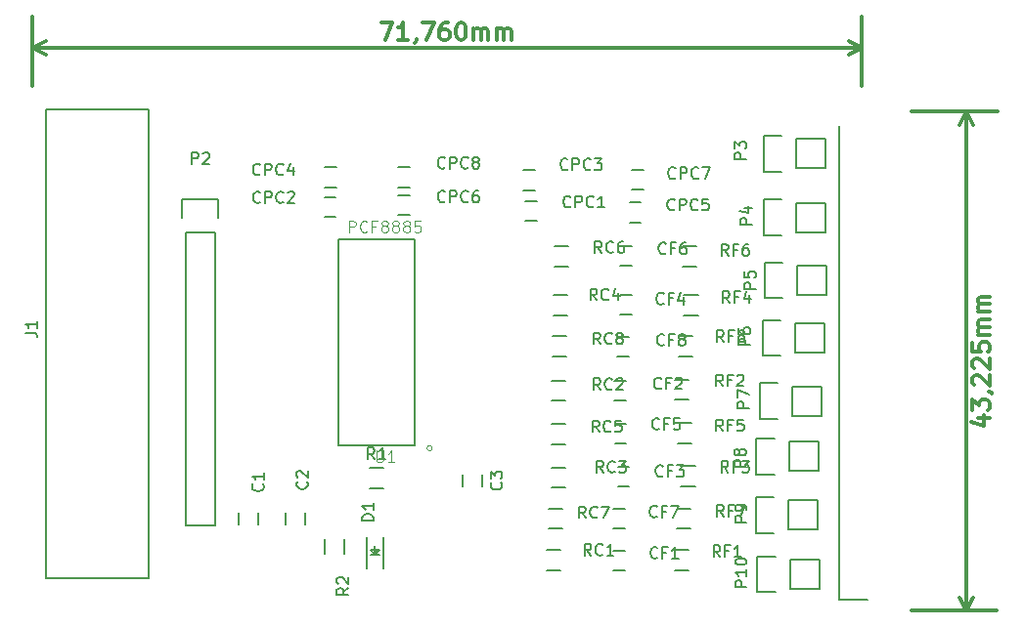
<source format=gbr>
G04 #@! TF.FileFunction,Legend,Top*
%FSLAX46Y46*%
G04 Gerber Fmt 4.6, Leading zero omitted, Abs format (unit mm)*
G04 Created by KiCad (PCBNEW 4.0.5+dfsg1-4~bpo8+1) date Thu Oct 19 12:35:36 2017*
%MOMM*%
%LPD*%
G01*
G04 APERTURE LIST*
%ADD10C,0.100000*%
%ADD11C,0.300000*%
%ADD12C,0.200000*%
%ADD13C,0.150000*%
%ADD14C,0.050000*%
G04 APERTURE END LIST*
D10*
D11*
X127405716Y-56653571D02*
X128405716Y-56653571D01*
X127762859Y-58153571D01*
X129762858Y-58153571D02*
X128905715Y-58153571D01*
X129334287Y-58153571D02*
X129334287Y-56653571D01*
X129191430Y-56867857D01*
X129048572Y-57010714D01*
X128905715Y-57082143D01*
X130477143Y-58082143D02*
X130477143Y-58153571D01*
X130405715Y-58296429D01*
X130334286Y-58367857D01*
X130977144Y-56653571D02*
X131977144Y-56653571D01*
X131334287Y-58153571D01*
X133191429Y-56653571D02*
X132905715Y-56653571D01*
X132762858Y-56725000D01*
X132691429Y-56796429D01*
X132548572Y-57010714D01*
X132477143Y-57296429D01*
X132477143Y-57867857D01*
X132548572Y-58010714D01*
X132620000Y-58082143D01*
X132762858Y-58153571D01*
X133048572Y-58153571D01*
X133191429Y-58082143D01*
X133262858Y-58010714D01*
X133334286Y-57867857D01*
X133334286Y-57510714D01*
X133262858Y-57367857D01*
X133191429Y-57296429D01*
X133048572Y-57225000D01*
X132762858Y-57225000D01*
X132620000Y-57296429D01*
X132548572Y-57367857D01*
X132477143Y-57510714D01*
X134262857Y-56653571D02*
X134405714Y-56653571D01*
X134548571Y-56725000D01*
X134620000Y-56796429D01*
X134691429Y-56939286D01*
X134762857Y-57225000D01*
X134762857Y-57582143D01*
X134691429Y-57867857D01*
X134620000Y-58010714D01*
X134548571Y-58082143D01*
X134405714Y-58153571D01*
X134262857Y-58153571D01*
X134120000Y-58082143D01*
X134048571Y-58010714D01*
X133977143Y-57867857D01*
X133905714Y-57582143D01*
X133905714Y-57225000D01*
X133977143Y-56939286D01*
X134048571Y-56796429D01*
X134120000Y-56725000D01*
X134262857Y-56653571D01*
X135405714Y-58153571D02*
X135405714Y-57153571D01*
X135405714Y-57296429D02*
X135477142Y-57225000D01*
X135620000Y-57153571D01*
X135834285Y-57153571D01*
X135977142Y-57225000D01*
X136048571Y-57367857D01*
X136048571Y-58153571D01*
X136048571Y-57367857D02*
X136120000Y-57225000D01*
X136262857Y-57153571D01*
X136477142Y-57153571D01*
X136620000Y-57225000D01*
X136691428Y-57367857D01*
X136691428Y-58153571D01*
X137405714Y-58153571D02*
X137405714Y-57153571D01*
X137405714Y-57296429D02*
X137477142Y-57225000D01*
X137620000Y-57153571D01*
X137834285Y-57153571D01*
X137977142Y-57225000D01*
X138048571Y-57367857D01*
X138048571Y-58153571D01*
X138048571Y-57367857D02*
X138120000Y-57225000D01*
X138262857Y-57153571D01*
X138477142Y-57153571D01*
X138620000Y-57225000D01*
X138691428Y-57367857D01*
X138691428Y-58153571D01*
X97240000Y-58825000D02*
X169000000Y-58825000D01*
X97240000Y-62140000D02*
X97240000Y-56125000D01*
X169000000Y-62140000D02*
X169000000Y-56125000D01*
X169000000Y-58825000D02*
X167873496Y-59411421D01*
X169000000Y-58825000D02*
X167873496Y-58238579D01*
X97240000Y-58825000D02*
X98366504Y-59411421D01*
X97240000Y-58825000D02*
X98366504Y-58238579D01*
X179088256Y-90899746D02*
X180088255Y-90901250D01*
X178516292Y-91256029D02*
X179587181Y-91614783D01*
X179588578Y-90686212D01*
X178589223Y-90256138D02*
X178590620Y-89327568D01*
X179161296Y-89828427D01*
X179161618Y-89614141D01*
X179233262Y-89471392D01*
X179304797Y-89400070D01*
X179447762Y-89328857D01*
X179804904Y-89329394D01*
X179947654Y-89401037D01*
X180018975Y-89472573D01*
X180090188Y-89615537D01*
X180089544Y-90044109D01*
X180017901Y-90186858D01*
X179946365Y-90258179D01*
X180020264Y-88615432D02*
X180091692Y-88615539D01*
X180234442Y-88687182D01*
X180305763Y-88758718D01*
X178735411Y-88042070D02*
X178664089Y-87970534D01*
X178592875Y-87827570D01*
X178593412Y-87470427D01*
X178665056Y-87327678D01*
X178736592Y-87256356D01*
X178879557Y-87185143D01*
X179022413Y-87185358D01*
X179236592Y-87257108D01*
X180092444Y-88115539D01*
X180093840Y-87186969D01*
X178737559Y-86613501D02*
X178666238Y-86541965D01*
X178595023Y-86399000D01*
X178595561Y-86041858D01*
X178667204Y-85899108D01*
X178738741Y-85827787D01*
X178881705Y-85756574D01*
X179024562Y-85756788D01*
X179238740Y-85828539D01*
X180094592Y-86686970D01*
X180095988Y-85758400D01*
X178598031Y-84399003D02*
X178596957Y-85113288D01*
X179311135Y-85185791D01*
X179239814Y-85114254D01*
X179168600Y-84971290D01*
X179169137Y-84614148D01*
X179240781Y-84471398D01*
X179312316Y-84400077D01*
X179455280Y-84328864D01*
X179812423Y-84329401D01*
X179955172Y-84401043D01*
X180026494Y-84472580D01*
X180097707Y-84615544D01*
X180097170Y-84972687D01*
X180025527Y-85115436D01*
X179953991Y-85186757D01*
X180099103Y-83686974D02*
X179099105Y-83685470D01*
X179241962Y-83685685D02*
X179170641Y-83614150D01*
X179099427Y-83471184D01*
X179099749Y-83256900D01*
X179171393Y-83114150D01*
X179314357Y-83042936D01*
X180100070Y-83044118D01*
X179314357Y-83042936D02*
X179171608Y-82971292D01*
X179100393Y-82828328D01*
X179100716Y-82614043D01*
X179172359Y-82471293D01*
X179315324Y-82400080D01*
X180101037Y-82401261D01*
X180102111Y-81686976D02*
X179102112Y-81685472D01*
X179244970Y-81685687D02*
X179173648Y-81614152D01*
X179102434Y-81471187D01*
X179102757Y-81256902D01*
X179174400Y-81114153D01*
X179317364Y-81042938D01*
X180103078Y-81044120D01*
X179317364Y-81042938D02*
X179174615Y-80971295D01*
X179103401Y-80828330D01*
X179103723Y-80614046D01*
X179175367Y-80471295D01*
X179318331Y-80400082D01*
X180104044Y-80401264D01*
X178099598Y-64357135D02*
X178034598Y-107582135D01*
X173355000Y-64350000D02*
X180799595Y-64361195D01*
X173290000Y-107575000D02*
X180734595Y-107586195D01*
X178034598Y-107582135D02*
X177449872Y-106454751D01*
X178034598Y-107582135D02*
X178622712Y-106456514D01*
X178099598Y-64357135D02*
X177511484Y-65482756D01*
X178099598Y-64357135D02*
X178684324Y-65484519D01*
D12*
X167050000Y-106665000D02*
X169520000Y-106665000D01*
X167050000Y-65585000D02*
X167050000Y-106665000D01*
D13*
X116745000Y-100145000D02*
X116745000Y-99145000D01*
X115045000Y-99145000D02*
X115045000Y-100145000D01*
X120840000Y-100145000D02*
X120840000Y-99145000D01*
X119140000Y-99145000D02*
X119140000Y-100145000D01*
X136180000Y-96830000D02*
X136180000Y-95830000D01*
X134480000Y-95830000D02*
X134480000Y-96830000D01*
X148505000Y-102435000D02*
X147505000Y-102435000D01*
X147505000Y-104135000D02*
X148505000Y-104135000D01*
X148570000Y-87680000D02*
X147570000Y-87680000D01*
X147570000Y-89380000D02*
X148570000Y-89380000D01*
X148895000Y-95155000D02*
X147895000Y-95155000D01*
X147895000Y-96855000D02*
X148895000Y-96855000D01*
X149090000Y-80205000D02*
X148090000Y-80205000D01*
X148090000Y-81905000D02*
X149090000Y-81905000D01*
X148635000Y-91450000D02*
X147635000Y-91450000D01*
X147635000Y-93150000D02*
X148635000Y-93150000D01*
X149090000Y-76045000D02*
X148090000Y-76045000D01*
X148090000Y-77745000D02*
X149090000Y-77745000D01*
X148505000Y-98795000D02*
X147505000Y-98795000D01*
X147505000Y-100495000D02*
X148505000Y-100495000D01*
X148830000Y-83910000D02*
X147830000Y-83910000D01*
X147830000Y-85610000D02*
X148830000Y-85610000D01*
X139898500Y-73811500D02*
X140898500Y-73811500D01*
X140898500Y-72111500D02*
X139898500Y-72111500D01*
X122499500Y-73494000D02*
X123499500Y-73494000D01*
X123499500Y-71794000D02*
X122499500Y-71794000D01*
X139708000Y-71144500D02*
X140708000Y-71144500D01*
X140708000Y-69444500D02*
X139708000Y-69444500D01*
X122563000Y-70890500D02*
X123563000Y-70890500D01*
X123563000Y-69190500D02*
X122563000Y-69190500D01*
X148915500Y-73938500D02*
X149915500Y-73938500D01*
X149915500Y-72238500D02*
X148915500Y-72238500D01*
X128913000Y-73303500D02*
X129913000Y-73303500D01*
X129913000Y-71603500D02*
X128913000Y-71603500D01*
X149106000Y-71081000D02*
X150106000Y-71081000D01*
X150106000Y-69381000D02*
X149106000Y-69381000D01*
X128913000Y-70890500D02*
X129913000Y-70890500D01*
X129913000Y-69190500D02*
X128913000Y-69190500D01*
X127630000Y-103975000D02*
X127630000Y-101275000D01*
X126130000Y-103975000D02*
X126130000Y-101275000D01*
X127030000Y-102475000D02*
X126780000Y-102475000D01*
X126780000Y-102475000D02*
X126930000Y-102625000D01*
X126530000Y-102725000D02*
X127230000Y-102725000D01*
X126880000Y-102375000D02*
X126880000Y-102025000D01*
X126880000Y-102725000D02*
X126530000Y-102375000D01*
X126530000Y-102375000D02*
X127230000Y-102375000D01*
X127230000Y-102375000D02*
X126880000Y-102725000D01*
X113030000Y-74803000D02*
X113030000Y-100203000D01*
X113030000Y-100203000D02*
X110490000Y-100203000D01*
X110490000Y-100203000D02*
X110490000Y-74803000D01*
X113310000Y-71983000D02*
X113310000Y-73533000D01*
X113030000Y-74803000D02*
X110490000Y-74803000D01*
X110210000Y-73533000D02*
X110210000Y-71983000D01*
X110210000Y-71983000D02*
X113310000Y-71983000D01*
X163380000Y-66720000D02*
X165920000Y-66720000D01*
X160560000Y-66440000D02*
X162110000Y-66440000D01*
X163380000Y-66720000D02*
X163380000Y-69260000D01*
X162110000Y-69540000D02*
X160560000Y-69540000D01*
X160560000Y-69540000D02*
X160560000Y-66440000D01*
X163380000Y-69260000D02*
X165920000Y-69260000D01*
X165920000Y-69260000D02*
X165920000Y-66720000D01*
X163380000Y-72245000D02*
X165920000Y-72245000D01*
X160560000Y-71965000D02*
X162110000Y-71965000D01*
X163380000Y-72245000D02*
X163380000Y-74785000D01*
X162110000Y-75065000D02*
X160560000Y-75065000D01*
X160560000Y-75065000D02*
X160560000Y-71965000D01*
X163380000Y-74785000D02*
X165920000Y-74785000D01*
X165920000Y-74785000D02*
X165920000Y-72245000D01*
X163445000Y-77705000D02*
X165985000Y-77705000D01*
X160625000Y-77425000D02*
X162175000Y-77425000D01*
X163445000Y-77705000D02*
X163445000Y-80245000D01*
X162175000Y-80525000D02*
X160625000Y-80525000D01*
X160625000Y-80525000D02*
X160625000Y-77425000D01*
X163445000Y-80245000D02*
X165985000Y-80245000D01*
X165985000Y-80245000D02*
X165985000Y-77705000D01*
X163250000Y-82710000D02*
X165790000Y-82710000D01*
X160430000Y-82430000D02*
X161980000Y-82430000D01*
X163250000Y-82710000D02*
X163250000Y-85250000D01*
X161980000Y-85530000D02*
X160430000Y-85530000D01*
X160430000Y-85530000D02*
X160430000Y-82430000D01*
X163250000Y-85250000D02*
X165790000Y-85250000D01*
X165790000Y-85250000D02*
X165790000Y-82710000D01*
X162990000Y-88170000D02*
X165530000Y-88170000D01*
X160170000Y-87890000D02*
X161720000Y-87890000D01*
X162990000Y-88170000D02*
X162990000Y-90710000D01*
X161720000Y-90990000D02*
X160170000Y-90990000D01*
X160170000Y-90990000D02*
X160170000Y-87890000D01*
X162990000Y-90710000D02*
X165530000Y-90710000D01*
X165530000Y-90710000D02*
X165530000Y-88170000D01*
X162730000Y-92980000D02*
X165270000Y-92980000D01*
X159910000Y-92700000D02*
X161460000Y-92700000D01*
X162730000Y-92980000D02*
X162730000Y-95520000D01*
X161460000Y-95800000D02*
X159910000Y-95800000D01*
X159910000Y-95800000D02*
X159910000Y-92700000D01*
X162730000Y-95520000D02*
X165270000Y-95520000D01*
X165270000Y-95520000D02*
X165270000Y-92980000D01*
X162665000Y-98050000D02*
X165205000Y-98050000D01*
X159845000Y-97770000D02*
X161395000Y-97770000D01*
X162665000Y-98050000D02*
X162665000Y-100590000D01*
X161395000Y-100870000D02*
X159845000Y-100870000D01*
X159845000Y-100870000D02*
X159845000Y-97770000D01*
X162665000Y-100590000D02*
X165205000Y-100590000D01*
X165205000Y-100590000D02*
X165205000Y-98050000D01*
X162795000Y-103185000D02*
X165335000Y-103185000D01*
X159975000Y-102905000D02*
X161525000Y-102905000D01*
X162795000Y-103185000D02*
X162795000Y-105725000D01*
X161525000Y-106005000D02*
X159975000Y-106005000D01*
X159975000Y-106005000D02*
X159975000Y-102905000D01*
X162795000Y-105725000D02*
X165335000Y-105725000D01*
X165335000Y-105725000D02*
X165335000Y-103185000D01*
X127610000Y-97010000D02*
X126410000Y-97010000D01*
X126410000Y-95260000D02*
X127610000Y-95260000D01*
X122495000Y-102650000D02*
X122495000Y-101450000D01*
X124245000Y-101450000D02*
X124245000Y-102650000D01*
X142950000Y-104095000D02*
X141750000Y-104095000D01*
X141750000Y-102345000D02*
X142950000Y-102345000D01*
X143349500Y-89411500D02*
X142149500Y-89411500D01*
X142149500Y-87661500D02*
X143349500Y-87661500D01*
X143340000Y-96945000D02*
X142140000Y-96945000D01*
X142140000Y-95195000D02*
X143340000Y-95195000D01*
X143554000Y-82012000D02*
X142354000Y-82012000D01*
X142354000Y-80262000D02*
X143554000Y-80262000D01*
X143355500Y-93189500D02*
X142155500Y-93189500D01*
X142155500Y-91439500D02*
X143355500Y-91439500D01*
X143586500Y-77786000D02*
X142386500Y-77786000D01*
X142386500Y-76036000D02*
X143586500Y-76036000D01*
X143080000Y-100520000D02*
X141880000Y-100520000D01*
X141880000Y-98770000D02*
X143080000Y-98770000D01*
X143476500Y-85565500D02*
X142276500Y-85565500D01*
X142276500Y-83815500D02*
X143476500Y-83815500D01*
X152865000Y-102345000D02*
X154065000Y-102345000D01*
X154065000Y-104095000D02*
X152865000Y-104095000D01*
X152800000Y-87590000D02*
X154000000Y-87590000D01*
X154000000Y-89340000D02*
X152800000Y-89340000D01*
X153385000Y-95065000D02*
X154585000Y-95065000D01*
X154585000Y-96815000D02*
X153385000Y-96815000D01*
X153645000Y-80245000D02*
X154845000Y-80245000D01*
X154845000Y-81995000D02*
X153645000Y-81995000D01*
X153060000Y-91360000D02*
X154260000Y-91360000D01*
X154260000Y-93110000D02*
X153060000Y-93110000D01*
X153515000Y-76020000D02*
X154715000Y-76020000D01*
X154715000Y-77770000D02*
X153515000Y-77770000D01*
X152995000Y-98770000D02*
X154195000Y-98770000D01*
X154195000Y-100520000D02*
X152995000Y-100520000D01*
X153190000Y-83820000D02*
X154390000Y-83820000D01*
X154390000Y-85570000D02*
X153190000Y-85570000D01*
D12*
X130325000Y-93278000D02*
X123675000Y-93278000D01*
X123675000Y-93278000D02*
X123675000Y-75378000D01*
X123675000Y-75378000D02*
X130325000Y-75378000D01*
X130325000Y-75378000D02*
X130325000Y-93278000D01*
D10*
X131823610Y-93528000D02*
G75*
G03X131823610Y-93528000I-223610J0D01*
G01*
D13*
X98425000Y-64135000D02*
X98425000Y-104775000D01*
X98425000Y-104775000D02*
X107315000Y-104775000D01*
X107315000Y-104775000D02*
X107315000Y-64135000D01*
X107315000Y-64135000D02*
X98425000Y-64135000D01*
X117162143Y-96626666D02*
X117209762Y-96674285D01*
X117257381Y-96817142D01*
X117257381Y-96912380D01*
X117209762Y-97055238D01*
X117114524Y-97150476D01*
X117019286Y-97198095D01*
X116828810Y-97245714D01*
X116685952Y-97245714D01*
X116495476Y-97198095D01*
X116400238Y-97150476D01*
X116305000Y-97055238D01*
X116257381Y-96912380D01*
X116257381Y-96817142D01*
X116305000Y-96674285D01*
X116352619Y-96626666D01*
X117257381Y-95674285D02*
X117257381Y-96245714D01*
X117257381Y-95960000D02*
X116257381Y-95960000D01*
X116400238Y-96055238D01*
X116495476Y-96150476D01*
X116543095Y-96245714D01*
X120997143Y-96431666D02*
X121044762Y-96479285D01*
X121092381Y-96622142D01*
X121092381Y-96717380D01*
X121044762Y-96860238D01*
X120949524Y-96955476D01*
X120854286Y-97003095D01*
X120663810Y-97050714D01*
X120520952Y-97050714D01*
X120330476Y-97003095D01*
X120235238Y-96955476D01*
X120140000Y-96860238D01*
X120092381Y-96717380D01*
X120092381Y-96622142D01*
X120140000Y-96479285D01*
X120187619Y-96431666D01*
X120187619Y-96050714D02*
X120140000Y-96003095D01*
X120092381Y-95907857D01*
X120092381Y-95669761D01*
X120140000Y-95574523D01*
X120187619Y-95526904D01*
X120282857Y-95479285D01*
X120378095Y-95479285D01*
X120520952Y-95526904D01*
X121092381Y-96098333D01*
X121092381Y-95479285D01*
X137787143Y-96496666D02*
X137834762Y-96544285D01*
X137882381Y-96687142D01*
X137882381Y-96782380D01*
X137834762Y-96925238D01*
X137739524Y-97020476D01*
X137644286Y-97068095D01*
X137453810Y-97115714D01*
X137310952Y-97115714D01*
X137120476Y-97068095D01*
X137025238Y-97020476D01*
X136930000Y-96925238D01*
X136882381Y-96782380D01*
X136882381Y-96687142D01*
X136930000Y-96544285D01*
X136977619Y-96496666D01*
X136882381Y-96163333D02*
X136882381Y-95544285D01*
X137263333Y-95877619D01*
X137263333Y-95734761D01*
X137310952Y-95639523D01*
X137358571Y-95591904D01*
X137453810Y-95544285D01*
X137691905Y-95544285D01*
X137787143Y-95591904D01*
X137834762Y-95639523D01*
X137882381Y-95734761D01*
X137882381Y-96020476D01*
X137834762Y-96115714D01*
X137787143Y-96163333D01*
X151346762Y-103007143D02*
X151299143Y-103054762D01*
X151156286Y-103102381D01*
X151061048Y-103102381D01*
X150918190Y-103054762D01*
X150822952Y-102959524D01*
X150775333Y-102864286D01*
X150727714Y-102673810D01*
X150727714Y-102530952D01*
X150775333Y-102340476D01*
X150822952Y-102245238D01*
X150918190Y-102150000D01*
X151061048Y-102102381D01*
X151156286Y-102102381D01*
X151299143Y-102150000D01*
X151346762Y-102197619D01*
X152108667Y-102578571D02*
X151775333Y-102578571D01*
X151775333Y-103102381D02*
X151775333Y-102102381D01*
X152251524Y-102102381D01*
X153156286Y-103102381D02*
X152584857Y-103102381D01*
X152870571Y-103102381D02*
X152870571Y-102102381D01*
X152775333Y-102245238D01*
X152680095Y-102340476D01*
X152584857Y-102388095D01*
X151665762Y-88315643D02*
X151618143Y-88363262D01*
X151475286Y-88410881D01*
X151380048Y-88410881D01*
X151237190Y-88363262D01*
X151141952Y-88268024D01*
X151094333Y-88172786D01*
X151046714Y-87982310D01*
X151046714Y-87839452D01*
X151094333Y-87648976D01*
X151141952Y-87553738D01*
X151237190Y-87458500D01*
X151380048Y-87410881D01*
X151475286Y-87410881D01*
X151618143Y-87458500D01*
X151665762Y-87506119D01*
X152427667Y-87887071D02*
X152094333Y-87887071D01*
X152094333Y-88410881D02*
X152094333Y-87410881D01*
X152570524Y-87410881D01*
X152903857Y-87506119D02*
X152951476Y-87458500D01*
X153046714Y-87410881D01*
X153284810Y-87410881D01*
X153380048Y-87458500D01*
X153427667Y-87506119D01*
X153475286Y-87601357D01*
X153475286Y-87696595D01*
X153427667Y-87839452D01*
X152856238Y-88410881D01*
X153475286Y-88410881D01*
X151800262Y-95917643D02*
X151752643Y-95965262D01*
X151609786Y-96012881D01*
X151514548Y-96012881D01*
X151371690Y-95965262D01*
X151276452Y-95870024D01*
X151228833Y-95774786D01*
X151181214Y-95584310D01*
X151181214Y-95441452D01*
X151228833Y-95250976D01*
X151276452Y-95155738D01*
X151371690Y-95060500D01*
X151514548Y-95012881D01*
X151609786Y-95012881D01*
X151752643Y-95060500D01*
X151800262Y-95108119D01*
X152562167Y-95489071D02*
X152228833Y-95489071D01*
X152228833Y-96012881D02*
X152228833Y-95012881D01*
X152705024Y-95012881D01*
X152990738Y-95012881D02*
X153609786Y-95012881D01*
X153276452Y-95393833D01*
X153419310Y-95393833D01*
X153514548Y-95441452D01*
X153562167Y-95489071D01*
X153609786Y-95584310D01*
X153609786Y-95822405D01*
X153562167Y-95917643D01*
X153514548Y-95965262D01*
X153419310Y-96012881D01*
X153133595Y-96012881D01*
X153038357Y-95965262D01*
X152990738Y-95917643D01*
X151868262Y-80967643D02*
X151820643Y-81015262D01*
X151677786Y-81062881D01*
X151582548Y-81062881D01*
X151439690Y-81015262D01*
X151344452Y-80920024D01*
X151296833Y-80824786D01*
X151249214Y-80634310D01*
X151249214Y-80491452D01*
X151296833Y-80300976D01*
X151344452Y-80205738D01*
X151439690Y-80110500D01*
X151582548Y-80062881D01*
X151677786Y-80062881D01*
X151820643Y-80110500D01*
X151868262Y-80158119D01*
X152630167Y-80539071D02*
X152296833Y-80539071D01*
X152296833Y-81062881D02*
X152296833Y-80062881D01*
X152773024Y-80062881D01*
X153582548Y-80396214D02*
X153582548Y-81062881D01*
X153344452Y-80015262D02*
X153106357Y-80729548D01*
X153725405Y-80729548D01*
X151476762Y-91831643D02*
X151429143Y-91879262D01*
X151286286Y-91926881D01*
X151191048Y-91926881D01*
X151048190Y-91879262D01*
X150952952Y-91784024D01*
X150905333Y-91688786D01*
X150857714Y-91498310D01*
X150857714Y-91355452D01*
X150905333Y-91164976D01*
X150952952Y-91069738D01*
X151048190Y-90974500D01*
X151191048Y-90926881D01*
X151286286Y-90926881D01*
X151429143Y-90974500D01*
X151476762Y-91022119D01*
X152238667Y-91403071D02*
X151905333Y-91403071D01*
X151905333Y-91926881D02*
X151905333Y-90926881D01*
X152381524Y-90926881D01*
X153238667Y-90926881D02*
X152762476Y-90926881D01*
X152714857Y-91403071D01*
X152762476Y-91355452D01*
X152857714Y-91307833D01*
X153095810Y-91307833D01*
X153191048Y-91355452D01*
X153238667Y-91403071D01*
X153286286Y-91498310D01*
X153286286Y-91736405D01*
X153238667Y-91831643D01*
X153191048Y-91879262D01*
X153095810Y-91926881D01*
X152857714Y-91926881D01*
X152762476Y-91879262D01*
X152714857Y-91831643D01*
X152058762Y-76617143D02*
X152011143Y-76664762D01*
X151868286Y-76712381D01*
X151773048Y-76712381D01*
X151630190Y-76664762D01*
X151534952Y-76569524D01*
X151487333Y-76474286D01*
X151439714Y-76283810D01*
X151439714Y-76140952D01*
X151487333Y-75950476D01*
X151534952Y-75855238D01*
X151630190Y-75760000D01*
X151773048Y-75712381D01*
X151868286Y-75712381D01*
X152011143Y-75760000D01*
X152058762Y-75807619D01*
X152820667Y-76188571D02*
X152487333Y-76188571D01*
X152487333Y-76712381D02*
X152487333Y-75712381D01*
X152963524Y-75712381D01*
X153773048Y-75712381D02*
X153582571Y-75712381D01*
X153487333Y-75760000D01*
X153439714Y-75807619D01*
X153344476Y-75950476D01*
X153296857Y-76140952D01*
X153296857Y-76521905D01*
X153344476Y-76617143D01*
X153392095Y-76664762D01*
X153487333Y-76712381D01*
X153677810Y-76712381D01*
X153773048Y-76664762D01*
X153820667Y-76617143D01*
X153868286Y-76521905D01*
X153868286Y-76283810D01*
X153820667Y-76188571D01*
X153773048Y-76140952D01*
X153677810Y-76093333D01*
X153487333Y-76093333D01*
X153392095Y-76140952D01*
X153344476Y-76188571D01*
X153296857Y-76283810D01*
X151283262Y-99430643D02*
X151235643Y-99478262D01*
X151092786Y-99525881D01*
X150997548Y-99525881D01*
X150854690Y-99478262D01*
X150759452Y-99383024D01*
X150711833Y-99287786D01*
X150664214Y-99097310D01*
X150664214Y-98954452D01*
X150711833Y-98763976D01*
X150759452Y-98668738D01*
X150854690Y-98573500D01*
X150997548Y-98525881D01*
X151092786Y-98525881D01*
X151235643Y-98573500D01*
X151283262Y-98621119D01*
X152045167Y-99002071D02*
X151711833Y-99002071D01*
X151711833Y-99525881D02*
X151711833Y-98525881D01*
X152188024Y-98525881D01*
X152473738Y-98525881D02*
X153140405Y-98525881D01*
X152711833Y-99525881D01*
X151925762Y-84545643D02*
X151878143Y-84593262D01*
X151735286Y-84640881D01*
X151640048Y-84640881D01*
X151497190Y-84593262D01*
X151401952Y-84498024D01*
X151354333Y-84402786D01*
X151306714Y-84212310D01*
X151306714Y-84069452D01*
X151354333Y-83878976D01*
X151401952Y-83783738D01*
X151497190Y-83688500D01*
X151640048Y-83640881D01*
X151735286Y-83640881D01*
X151878143Y-83688500D01*
X151925762Y-83736119D01*
X152687667Y-84117071D02*
X152354333Y-84117071D01*
X152354333Y-84640881D02*
X152354333Y-83640881D01*
X152830524Y-83640881D01*
X153354333Y-84069452D02*
X153259095Y-84021833D01*
X153211476Y-83974214D01*
X153163857Y-83878976D01*
X153163857Y-83831357D01*
X153211476Y-83736119D01*
X153259095Y-83688500D01*
X153354333Y-83640881D01*
X153544810Y-83640881D01*
X153640048Y-83688500D01*
X153687667Y-83736119D01*
X153735286Y-83831357D01*
X153735286Y-83878976D01*
X153687667Y-83974214D01*
X153640048Y-84021833D01*
X153544810Y-84069452D01*
X153354333Y-84069452D01*
X153259095Y-84117071D01*
X153211476Y-84164690D01*
X153163857Y-84259929D01*
X153163857Y-84450405D01*
X153211476Y-84545643D01*
X153259095Y-84593262D01*
X153354333Y-84640881D01*
X153544810Y-84640881D01*
X153640048Y-84593262D01*
X153687667Y-84545643D01*
X153735286Y-84450405D01*
X153735286Y-84259929D01*
X153687667Y-84164690D01*
X153640048Y-84117071D01*
X153544810Y-84069452D01*
X143803834Y-72556643D02*
X143756215Y-72604262D01*
X143613358Y-72651881D01*
X143518120Y-72651881D01*
X143375262Y-72604262D01*
X143280024Y-72509024D01*
X143232405Y-72413786D01*
X143184786Y-72223310D01*
X143184786Y-72080452D01*
X143232405Y-71889976D01*
X143280024Y-71794738D01*
X143375262Y-71699500D01*
X143518120Y-71651881D01*
X143613358Y-71651881D01*
X143756215Y-71699500D01*
X143803834Y-71747119D01*
X144232405Y-72651881D02*
X144232405Y-71651881D01*
X144613358Y-71651881D01*
X144708596Y-71699500D01*
X144756215Y-71747119D01*
X144803834Y-71842357D01*
X144803834Y-71985214D01*
X144756215Y-72080452D01*
X144708596Y-72128071D01*
X144613358Y-72175690D01*
X144232405Y-72175690D01*
X145803834Y-72556643D02*
X145756215Y-72604262D01*
X145613358Y-72651881D01*
X145518120Y-72651881D01*
X145375262Y-72604262D01*
X145280024Y-72509024D01*
X145232405Y-72413786D01*
X145184786Y-72223310D01*
X145184786Y-72080452D01*
X145232405Y-71889976D01*
X145280024Y-71794738D01*
X145375262Y-71699500D01*
X145518120Y-71651881D01*
X145613358Y-71651881D01*
X145756215Y-71699500D01*
X145803834Y-71747119D01*
X146756215Y-72651881D02*
X146184786Y-72651881D01*
X146470500Y-72651881D02*
X146470500Y-71651881D01*
X146375262Y-71794738D01*
X146280024Y-71889976D01*
X146184786Y-71937595D01*
X116943334Y-72175643D02*
X116895715Y-72223262D01*
X116752858Y-72270881D01*
X116657620Y-72270881D01*
X116514762Y-72223262D01*
X116419524Y-72128024D01*
X116371905Y-72032786D01*
X116324286Y-71842310D01*
X116324286Y-71699452D01*
X116371905Y-71508976D01*
X116419524Y-71413738D01*
X116514762Y-71318500D01*
X116657620Y-71270881D01*
X116752858Y-71270881D01*
X116895715Y-71318500D01*
X116943334Y-71366119D01*
X117371905Y-72270881D02*
X117371905Y-71270881D01*
X117752858Y-71270881D01*
X117848096Y-71318500D01*
X117895715Y-71366119D01*
X117943334Y-71461357D01*
X117943334Y-71604214D01*
X117895715Y-71699452D01*
X117848096Y-71747071D01*
X117752858Y-71794690D01*
X117371905Y-71794690D01*
X118943334Y-72175643D02*
X118895715Y-72223262D01*
X118752858Y-72270881D01*
X118657620Y-72270881D01*
X118514762Y-72223262D01*
X118419524Y-72128024D01*
X118371905Y-72032786D01*
X118324286Y-71842310D01*
X118324286Y-71699452D01*
X118371905Y-71508976D01*
X118419524Y-71413738D01*
X118514762Y-71318500D01*
X118657620Y-71270881D01*
X118752858Y-71270881D01*
X118895715Y-71318500D01*
X118943334Y-71366119D01*
X119324286Y-71366119D02*
X119371905Y-71318500D01*
X119467143Y-71270881D01*
X119705239Y-71270881D01*
X119800477Y-71318500D01*
X119848096Y-71366119D01*
X119895715Y-71461357D01*
X119895715Y-71556595D01*
X119848096Y-71699452D01*
X119276667Y-72270881D01*
X119895715Y-72270881D01*
X143549834Y-69318143D02*
X143502215Y-69365762D01*
X143359358Y-69413381D01*
X143264120Y-69413381D01*
X143121262Y-69365762D01*
X143026024Y-69270524D01*
X142978405Y-69175286D01*
X142930786Y-68984810D01*
X142930786Y-68841952D01*
X142978405Y-68651476D01*
X143026024Y-68556238D01*
X143121262Y-68461000D01*
X143264120Y-68413381D01*
X143359358Y-68413381D01*
X143502215Y-68461000D01*
X143549834Y-68508619D01*
X143978405Y-69413381D02*
X143978405Y-68413381D01*
X144359358Y-68413381D01*
X144454596Y-68461000D01*
X144502215Y-68508619D01*
X144549834Y-68603857D01*
X144549834Y-68746714D01*
X144502215Y-68841952D01*
X144454596Y-68889571D01*
X144359358Y-68937190D01*
X143978405Y-68937190D01*
X145549834Y-69318143D02*
X145502215Y-69365762D01*
X145359358Y-69413381D01*
X145264120Y-69413381D01*
X145121262Y-69365762D01*
X145026024Y-69270524D01*
X144978405Y-69175286D01*
X144930786Y-68984810D01*
X144930786Y-68841952D01*
X144978405Y-68651476D01*
X145026024Y-68556238D01*
X145121262Y-68461000D01*
X145264120Y-68413381D01*
X145359358Y-68413381D01*
X145502215Y-68461000D01*
X145549834Y-68508619D01*
X145883167Y-68413381D02*
X146502215Y-68413381D01*
X146168881Y-68794333D01*
X146311739Y-68794333D01*
X146406977Y-68841952D01*
X146454596Y-68889571D01*
X146502215Y-68984810D01*
X146502215Y-69222905D01*
X146454596Y-69318143D01*
X146406977Y-69365762D01*
X146311739Y-69413381D01*
X146026024Y-69413381D01*
X145930786Y-69365762D01*
X145883167Y-69318143D01*
X116943334Y-69762643D02*
X116895715Y-69810262D01*
X116752858Y-69857881D01*
X116657620Y-69857881D01*
X116514762Y-69810262D01*
X116419524Y-69715024D01*
X116371905Y-69619786D01*
X116324286Y-69429310D01*
X116324286Y-69286452D01*
X116371905Y-69095976D01*
X116419524Y-69000738D01*
X116514762Y-68905500D01*
X116657620Y-68857881D01*
X116752858Y-68857881D01*
X116895715Y-68905500D01*
X116943334Y-68953119D01*
X117371905Y-69857881D02*
X117371905Y-68857881D01*
X117752858Y-68857881D01*
X117848096Y-68905500D01*
X117895715Y-68953119D01*
X117943334Y-69048357D01*
X117943334Y-69191214D01*
X117895715Y-69286452D01*
X117848096Y-69334071D01*
X117752858Y-69381690D01*
X117371905Y-69381690D01*
X118943334Y-69762643D02*
X118895715Y-69810262D01*
X118752858Y-69857881D01*
X118657620Y-69857881D01*
X118514762Y-69810262D01*
X118419524Y-69715024D01*
X118371905Y-69619786D01*
X118324286Y-69429310D01*
X118324286Y-69286452D01*
X118371905Y-69095976D01*
X118419524Y-69000738D01*
X118514762Y-68905500D01*
X118657620Y-68857881D01*
X118752858Y-68857881D01*
X118895715Y-68905500D01*
X118943334Y-68953119D01*
X119800477Y-69191214D02*
X119800477Y-69857881D01*
X119562381Y-68810262D02*
X119324286Y-69524548D01*
X119943334Y-69524548D01*
X152820834Y-72810643D02*
X152773215Y-72858262D01*
X152630358Y-72905881D01*
X152535120Y-72905881D01*
X152392262Y-72858262D01*
X152297024Y-72763024D01*
X152249405Y-72667786D01*
X152201786Y-72477310D01*
X152201786Y-72334452D01*
X152249405Y-72143976D01*
X152297024Y-72048738D01*
X152392262Y-71953500D01*
X152535120Y-71905881D01*
X152630358Y-71905881D01*
X152773215Y-71953500D01*
X152820834Y-72001119D01*
X153249405Y-72905881D02*
X153249405Y-71905881D01*
X153630358Y-71905881D01*
X153725596Y-71953500D01*
X153773215Y-72001119D01*
X153820834Y-72096357D01*
X153820834Y-72239214D01*
X153773215Y-72334452D01*
X153725596Y-72382071D01*
X153630358Y-72429690D01*
X153249405Y-72429690D01*
X154820834Y-72810643D02*
X154773215Y-72858262D01*
X154630358Y-72905881D01*
X154535120Y-72905881D01*
X154392262Y-72858262D01*
X154297024Y-72763024D01*
X154249405Y-72667786D01*
X154201786Y-72477310D01*
X154201786Y-72334452D01*
X154249405Y-72143976D01*
X154297024Y-72048738D01*
X154392262Y-71953500D01*
X154535120Y-71905881D01*
X154630358Y-71905881D01*
X154773215Y-71953500D01*
X154820834Y-72001119D01*
X155725596Y-71905881D02*
X155249405Y-71905881D01*
X155201786Y-72382071D01*
X155249405Y-72334452D01*
X155344643Y-72286833D01*
X155582739Y-72286833D01*
X155677977Y-72334452D01*
X155725596Y-72382071D01*
X155773215Y-72477310D01*
X155773215Y-72715405D01*
X155725596Y-72810643D01*
X155677977Y-72858262D01*
X155582739Y-72905881D01*
X155344643Y-72905881D01*
X155249405Y-72858262D01*
X155201786Y-72810643D01*
X132945334Y-72112143D02*
X132897715Y-72159762D01*
X132754858Y-72207381D01*
X132659620Y-72207381D01*
X132516762Y-72159762D01*
X132421524Y-72064524D01*
X132373905Y-71969286D01*
X132326286Y-71778810D01*
X132326286Y-71635952D01*
X132373905Y-71445476D01*
X132421524Y-71350238D01*
X132516762Y-71255000D01*
X132659620Y-71207381D01*
X132754858Y-71207381D01*
X132897715Y-71255000D01*
X132945334Y-71302619D01*
X133373905Y-72207381D02*
X133373905Y-71207381D01*
X133754858Y-71207381D01*
X133850096Y-71255000D01*
X133897715Y-71302619D01*
X133945334Y-71397857D01*
X133945334Y-71540714D01*
X133897715Y-71635952D01*
X133850096Y-71683571D01*
X133754858Y-71731190D01*
X133373905Y-71731190D01*
X134945334Y-72112143D02*
X134897715Y-72159762D01*
X134754858Y-72207381D01*
X134659620Y-72207381D01*
X134516762Y-72159762D01*
X134421524Y-72064524D01*
X134373905Y-71969286D01*
X134326286Y-71778810D01*
X134326286Y-71635952D01*
X134373905Y-71445476D01*
X134421524Y-71350238D01*
X134516762Y-71255000D01*
X134659620Y-71207381D01*
X134754858Y-71207381D01*
X134897715Y-71255000D01*
X134945334Y-71302619D01*
X135802477Y-71207381D02*
X135612000Y-71207381D01*
X135516762Y-71255000D01*
X135469143Y-71302619D01*
X135373905Y-71445476D01*
X135326286Y-71635952D01*
X135326286Y-72016905D01*
X135373905Y-72112143D01*
X135421524Y-72159762D01*
X135516762Y-72207381D01*
X135707239Y-72207381D01*
X135802477Y-72159762D01*
X135850096Y-72112143D01*
X135897715Y-72016905D01*
X135897715Y-71778810D01*
X135850096Y-71683571D01*
X135802477Y-71635952D01*
X135707239Y-71588333D01*
X135516762Y-71588333D01*
X135421524Y-71635952D01*
X135373905Y-71683571D01*
X135326286Y-71778810D01*
X152884334Y-70080143D02*
X152836715Y-70127762D01*
X152693858Y-70175381D01*
X152598620Y-70175381D01*
X152455762Y-70127762D01*
X152360524Y-70032524D01*
X152312905Y-69937286D01*
X152265286Y-69746810D01*
X152265286Y-69603952D01*
X152312905Y-69413476D01*
X152360524Y-69318238D01*
X152455762Y-69223000D01*
X152598620Y-69175381D01*
X152693858Y-69175381D01*
X152836715Y-69223000D01*
X152884334Y-69270619D01*
X153312905Y-70175381D02*
X153312905Y-69175381D01*
X153693858Y-69175381D01*
X153789096Y-69223000D01*
X153836715Y-69270619D01*
X153884334Y-69365857D01*
X153884334Y-69508714D01*
X153836715Y-69603952D01*
X153789096Y-69651571D01*
X153693858Y-69699190D01*
X153312905Y-69699190D01*
X154884334Y-70080143D02*
X154836715Y-70127762D01*
X154693858Y-70175381D01*
X154598620Y-70175381D01*
X154455762Y-70127762D01*
X154360524Y-70032524D01*
X154312905Y-69937286D01*
X154265286Y-69746810D01*
X154265286Y-69603952D01*
X154312905Y-69413476D01*
X154360524Y-69318238D01*
X154455762Y-69223000D01*
X154598620Y-69175381D01*
X154693858Y-69175381D01*
X154836715Y-69223000D01*
X154884334Y-69270619D01*
X155217667Y-69175381D02*
X155884334Y-69175381D01*
X155455762Y-70175381D01*
X132945334Y-69191143D02*
X132897715Y-69238762D01*
X132754858Y-69286381D01*
X132659620Y-69286381D01*
X132516762Y-69238762D01*
X132421524Y-69143524D01*
X132373905Y-69048286D01*
X132326286Y-68857810D01*
X132326286Y-68714952D01*
X132373905Y-68524476D01*
X132421524Y-68429238D01*
X132516762Y-68334000D01*
X132659620Y-68286381D01*
X132754858Y-68286381D01*
X132897715Y-68334000D01*
X132945334Y-68381619D01*
X133373905Y-69286381D02*
X133373905Y-68286381D01*
X133754858Y-68286381D01*
X133850096Y-68334000D01*
X133897715Y-68381619D01*
X133945334Y-68476857D01*
X133945334Y-68619714D01*
X133897715Y-68714952D01*
X133850096Y-68762571D01*
X133754858Y-68810190D01*
X133373905Y-68810190D01*
X134945334Y-69191143D02*
X134897715Y-69238762D01*
X134754858Y-69286381D01*
X134659620Y-69286381D01*
X134516762Y-69238762D01*
X134421524Y-69143524D01*
X134373905Y-69048286D01*
X134326286Y-68857810D01*
X134326286Y-68714952D01*
X134373905Y-68524476D01*
X134421524Y-68429238D01*
X134516762Y-68334000D01*
X134659620Y-68286381D01*
X134754858Y-68286381D01*
X134897715Y-68334000D01*
X134945334Y-68381619D01*
X135516762Y-68714952D02*
X135421524Y-68667333D01*
X135373905Y-68619714D01*
X135326286Y-68524476D01*
X135326286Y-68476857D01*
X135373905Y-68381619D01*
X135421524Y-68334000D01*
X135516762Y-68286381D01*
X135707239Y-68286381D01*
X135802477Y-68334000D01*
X135850096Y-68381619D01*
X135897715Y-68476857D01*
X135897715Y-68524476D01*
X135850096Y-68619714D01*
X135802477Y-68667333D01*
X135707239Y-68714952D01*
X135516762Y-68714952D01*
X135421524Y-68762571D01*
X135373905Y-68810190D01*
X135326286Y-68905429D01*
X135326286Y-69095905D01*
X135373905Y-69191143D01*
X135421524Y-69238762D01*
X135516762Y-69286381D01*
X135707239Y-69286381D01*
X135802477Y-69238762D01*
X135850096Y-69191143D01*
X135897715Y-69095905D01*
X135897715Y-68905429D01*
X135850096Y-68810190D01*
X135802477Y-68762571D01*
X135707239Y-68714952D01*
X126760881Y-99811095D02*
X125760881Y-99811095D01*
X125760881Y-99573000D01*
X125808500Y-99430142D01*
X125903738Y-99334904D01*
X125998976Y-99287285D01*
X126189452Y-99239666D01*
X126332310Y-99239666D01*
X126522786Y-99287285D01*
X126618024Y-99334904D01*
X126713262Y-99430142D01*
X126760881Y-99573000D01*
X126760881Y-99811095D01*
X126760881Y-98287285D02*
X126760881Y-98858714D01*
X126760881Y-98573000D02*
X125760881Y-98573000D01*
X125903738Y-98668238D01*
X125998976Y-98763476D01*
X126046595Y-98858714D01*
X111021905Y-68885381D02*
X111021905Y-67885381D01*
X111402858Y-67885381D01*
X111498096Y-67933000D01*
X111545715Y-67980619D01*
X111593334Y-68075857D01*
X111593334Y-68218714D01*
X111545715Y-68313952D01*
X111498096Y-68361571D01*
X111402858Y-68409190D01*
X111021905Y-68409190D01*
X111974286Y-67980619D02*
X112021905Y-67933000D01*
X112117143Y-67885381D01*
X112355239Y-67885381D01*
X112450477Y-67933000D01*
X112498096Y-67980619D01*
X112545715Y-68075857D01*
X112545715Y-68171095D01*
X112498096Y-68313952D01*
X111926667Y-68885381D01*
X112545715Y-68885381D01*
X159006381Y-68474095D02*
X158006381Y-68474095D01*
X158006381Y-68093142D01*
X158054000Y-67997904D01*
X158101619Y-67950285D01*
X158196857Y-67902666D01*
X158339714Y-67902666D01*
X158434952Y-67950285D01*
X158482571Y-67997904D01*
X158530190Y-68093142D01*
X158530190Y-68474095D01*
X158006381Y-67569333D02*
X158006381Y-66950285D01*
X158387333Y-67283619D01*
X158387333Y-67140761D01*
X158434952Y-67045523D01*
X158482571Y-66997904D01*
X158577810Y-66950285D01*
X158815905Y-66950285D01*
X158911143Y-66997904D01*
X158958762Y-67045523D01*
X159006381Y-67140761D01*
X159006381Y-67426476D01*
X158958762Y-67521714D01*
X158911143Y-67569333D01*
X159514381Y-74126095D02*
X158514381Y-74126095D01*
X158514381Y-73745142D01*
X158562000Y-73649904D01*
X158609619Y-73602285D01*
X158704857Y-73554666D01*
X158847714Y-73554666D01*
X158942952Y-73602285D01*
X158990571Y-73649904D01*
X159038190Y-73745142D01*
X159038190Y-74126095D01*
X158847714Y-72697523D02*
X159514381Y-72697523D01*
X158466762Y-72935619D02*
X159181048Y-73173714D01*
X159181048Y-72554666D01*
X159833381Y-79713095D02*
X158833381Y-79713095D01*
X158833381Y-79332142D01*
X158881000Y-79236904D01*
X158928619Y-79189285D01*
X159023857Y-79141666D01*
X159166714Y-79141666D01*
X159261952Y-79189285D01*
X159309571Y-79236904D01*
X159357190Y-79332142D01*
X159357190Y-79713095D01*
X158833381Y-78236904D02*
X158833381Y-78713095D01*
X159309571Y-78760714D01*
X159261952Y-78713095D01*
X159214333Y-78617857D01*
X159214333Y-78379761D01*
X159261952Y-78284523D01*
X159309571Y-78236904D01*
X159404810Y-78189285D01*
X159642905Y-78189285D01*
X159738143Y-78236904D01*
X159785762Y-78284523D01*
X159833381Y-78379761D01*
X159833381Y-78617857D01*
X159785762Y-78713095D01*
X159738143Y-78760714D01*
X159384381Y-84591095D02*
X158384381Y-84591095D01*
X158384381Y-84210142D01*
X158432000Y-84114904D01*
X158479619Y-84067285D01*
X158574857Y-84019666D01*
X158717714Y-84019666D01*
X158812952Y-84067285D01*
X158860571Y-84114904D01*
X158908190Y-84210142D01*
X158908190Y-84591095D01*
X158384381Y-83162523D02*
X158384381Y-83353000D01*
X158432000Y-83448238D01*
X158479619Y-83495857D01*
X158622476Y-83591095D01*
X158812952Y-83638714D01*
X159193905Y-83638714D01*
X159289143Y-83591095D01*
X159336762Y-83543476D01*
X159384381Y-83448238D01*
X159384381Y-83257761D01*
X159336762Y-83162523D01*
X159289143Y-83114904D01*
X159193905Y-83067285D01*
X158955810Y-83067285D01*
X158860571Y-83114904D01*
X158812952Y-83162523D01*
X158765333Y-83257761D01*
X158765333Y-83448238D01*
X158812952Y-83543476D01*
X158860571Y-83591095D01*
X158955810Y-83638714D01*
X159251381Y-90051095D02*
X158251381Y-90051095D01*
X158251381Y-89670142D01*
X158299000Y-89574904D01*
X158346619Y-89527285D01*
X158441857Y-89479666D01*
X158584714Y-89479666D01*
X158679952Y-89527285D01*
X158727571Y-89574904D01*
X158775190Y-89670142D01*
X158775190Y-90051095D01*
X158251381Y-89146333D02*
X158251381Y-88479666D01*
X159251381Y-88908238D01*
X158991381Y-95115095D02*
X157991381Y-95115095D01*
X157991381Y-94734142D01*
X158039000Y-94638904D01*
X158086619Y-94591285D01*
X158181857Y-94543666D01*
X158324714Y-94543666D01*
X158419952Y-94591285D01*
X158467571Y-94638904D01*
X158515190Y-94734142D01*
X158515190Y-95115095D01*
X158419952Y-93972238D02*
X158372333Y-94067476D01*
X158324714Y-94115095D01*
X158229476Y-94162714D01*
X158181857Y-94162714D01*
X158086619Y-94115095D01*
X158039000Y-94067476D01*
X157991381Y-93972238D01*
X157991381Y-93781761D01*
X158039000Y-93686523D01*
X158086619Y-93638904D01*
X158181857Y-93591285D01*
X158229476Y-93591285D01*
X158324714Y-93638904D01*
X158372333Y-93686523D01*
X158419952Y-93781761D01*
X158419952Y-93972238D01*
X158467571Y-94067476D01*
X158515190Y-94115095D01*
X158610429Y-94162714D01*
X158800905Y-94162714D01*
X158896143Y-94115095D01*
X158943762Y-94067476D01*
X158991381Y-93972238D01*
X158991381Y-93781761D01*
X158943762Y-93686523D01*
X158896143Y-93638904D01*
X158800905Y-93591285D01*
X158610429Y-93591285D01*
X158515190Y-93638904D01*
X158467571Y-93686523D01*
X158419952Y-93781761D01*
X159053381Y-99931095D02*
X158053381Y-99931095D01*
X158053381Y-99550142D01*
X158101000Y-99454904D01*
X158148619Y-99407285D01*
X158243857Y-99359666D01*
X158386714Y-99359666D01*
X158481952Y-99407285D01*
X158529571Y-99454904D01*
X158577190Y-99550142D01*
X158577190Y-99931095D01*
X159053381Y-98883476D02*
X159053381Y-98693000D01*
X159005762Y-98597761D01*
X158958143Y-98550142D01*
X158815286Y-98454904D01*
X158624810Y-98407285D01*
X158243857Y-98407285D01*
X158148619Y-98454904D01*
X158101000Y-98502523D01*
X158053381Y-98597761D01*
X158053381Y-98788238D01*
X158101000Y-98883476D01*
X158148619Y-98931095D01*
X158243857Y-98978714D01*
X158481952Y-98978714D01*
X158577190Y-98931095D01*
X158624810Y-98883476D01*
X158672429Y-98788238D01*
X158672429Y-98597761D01*
X158624810Y-98502523D01*
X158577190Y-98454904D01*
X158481952Y-98407285D01*
X159056381Y-105542286D02*
X158056381Y-105542286D01*
X158056381Y-105161333D01*
X158104000Y-105066095D01*
X158151619Y-105018476D01*
X158246857Y-104970857D01*
X158389714Y-104970857D01*
X158484952Y-105018476D01*
X158532571Y-105066095D01*
X158580190Y-105161333D01*
X158580190Y-105542286D01*
X159056381Y-104018476D02*
X159056381Y-104589905D01*
X159056381Y-104304191D02*
X158056381Y-104304191D01*
X158199238Y-104399429D01*
X158294476Y-104494667D01*
X158342095Y-104589905D01*
X158056381Y-103399429D02*
X158056381Y-103304190D01*
X158104000Y-103208952D01*
X158151619Y-103161333D01*
X158246857Y-103113714D01*
X158437333Y-103066095D01*
X158675429Y-103066095D01*
X158865905Y-103113714D01*
X158961143Y-103161333D01*
X159008762Y-103208952D01*
X159056381Y-103304190D01*
X159056381Y-103399429D01*
X159008762Y-103494667D01*
X158961143Y-103542286D01*
X158865905Y-103589905D01*
X158675429Y-103637524D01*
X158437333Y-103637524D01*
X158246857Y-103589905D01*
X158151619Y-103542286D01*
X158104000Y-103494667D01*
X158056381Y-103399429D01*
X126843334Y-94487381D02*
X126510000Y-94011190D01*
X126271905Y-94487381D02*
X126271905Y-93487381D01*
X126652858Y-93487381D01*
X126748096Y-93535000D01*
X126795715Y-93582619D01*
X126843334Y-93677857D01*
X126843334Y-93820714D01*
X126795715Y-93915952D01*
X126748096Y-93963571D01*
X126652858Y-94011190D01*
X126271905Y-94011190D01*
X127795715Y-94487381D02*
X127224286Y-94487381D01*
X127510000Y-94487381D02*
X127510000Y-93487381D01*
X127414762Y-93630238D01*
X127319524Y-93725476D01*
X127224286Y-93773095D01*
X124584381Y-105645666D02*
X124108190Y-105979000D01*
X124584381Y-106217095D02*
X123584381Y-106217095D01*
X123584381Y-105836142D01*
X123632000Y-105740904D01*
X123679619Y-105693285D01*
X123774857Y-105645666D01*
X123917714Y-105645666D01*
X124012952Y-105693285D01*
X124060571Y-105740904D01*
X124108190Y-105836142D01*
X124108190Y-106217095D01*
X123679619Y-105264714D02*
X123632000Y-105217095D01*
X123584381Y-105121857D01*
X123584381Y-104883761D01*
X123632000Y-104788523D01*
X123679619Y-104740904D01*
X123774857Y-104693285D01*
X123870095Y-104693285D01*
X124012952Y-104740904D01*
X124584381Y-105312333D01*
X124584381Y-104693285D01*
X145583334Y-102827381D02*
X145250000Y-102351190D01*
X145011905Y-102827381D02*
X145011905Y-101827381D01*
X145392858Y-101827381D01*
X145488096Y-101875000D01*
X145535715Y-101922619D01*
X145583334Y-102017857D01*
X145583334Y-102160714D01*
X145535715Y-102255952D01*
X145488096Y-102303571D01*
X145392858Y-102351190D01*
X145011905Y-102351190D01*
X146583334Y-102732143D02*
X146535715Y-102779762D01*
X146392858Y-102827381D01*
X146297620Y-102827381D01*
X146154762Y-102779762D01*
X146059524Y-102684524D01*
X146011905Y-102589286D01*
X145964286Y-102398810D01*
X145964286Y-102255952D01*
X146011905Y-102065476D01*
X146059524Y-101970238D01*
X146154762Y-101875000D01*
X146297620Y-101827381D01*
X146392858Y-101827381D01*
X146535715Y-101875000D01*
X146583334Y-101922619D01*
X147535715Y-102827381D02*
X146964286Y-102827381D01*
X147250000Y-102827381D02*
X147250000Y-101827381D01*
X147154762Y-101970238D01*
X147059524Y-102065476D01*
X146964286Y-102113095D01*
X146400834Y-88480881D02*
X146067500Y-88004690D01*
X145829405Y-88480881D02*
X145829405Y-87480881D01*
X146210358Y-87480881D01*
X146305596Y-87528500D01*
X146353215Y-87576119D01*
X146400834Y-87671357D01*
X146400834Y-87814214D01*
X146353215Y-87909452D01*
X146305596Y-87957071D01*
X146210358Y-88004690D01*
X145829405Y-88004690D01*
X147400834Y-88385643D02*
X147353215Y-88433262D01*
X147210358Y-88480881D01*
X147115120Y-88480881D01*
X146972262Y-88433262D01*
X146877024Y-88338024D01*
X146829405Y-88242786D01*
X146781786Y-88052310D01*
X146781786Y-87909452D01*
X146829405Y-87718976D01*
X146877024Y-87623738D01*
X146972262Y-87528500D01*
X147115120Y-87480881D01*
X147210358Y-87480881D01*
X147353215Y-87528500D01*
X147400834Y-87576119D01*
X147781786Y-87576119D02*
X147829405Y-87528500D01*
X147924643Y-87480881D01*
X148162739Y-87480881D01*
X148257977Y-87528500D01*
X148305596Y-87576119D01*
X148353215Y-87671357D01*
X148353215Y-87766595D01*
X148305596Y-87909452D01*
X147734167Y-88480881D01*
X148353215Y-88480881D01*
X146645334Y-95633381D02*
X146312000Y-95157190D01*
X146073905Y-95633381D02*
X146073905Y-94633381D01*
X146454858Y-94633381D01*
X146550096Y-94681000D01*
X146597715Y-94728619D01*
X146645334Y-94823857D01*
X146645334Y-94966714D01*
X146597715Y-95061952D01*
X146550096Y-95109571D01*
X146454858Y-95157190D01*
X146073905Y-95157190D01*
X147645334Y-95538143D02*
X147597715Y-95585762D01*
X147454858Y-95633381D01*
X147359620Y-95633381D01*
X147216762Y-95585762D01*
X147121524Y-95490524D01*
X147073905Y-95395286D01*
X147026286Y-95204810D01*
X147026286Y-95061952D01*
X147073905Y-94871476D01*
X147121524Y-94776238D01*
X147216762Y-94681000D01*
X147359620Y-94633381D01*
X147454858Y-94633381D01*
X147597715Y-94681000D01*
X147645334Y-94728619D01*
X147978667Y-94633381D02*
X148597715Y-94633381D01*
X148264381Y-95014333D01*
X148407239Y-95014333D01*
X148502477Y-95061952D01*
X148550096Y-95109571D01*
X148597715Y-95204810D01*
X148597715Y-95442905D01*
X148550096Y-95538143D01*
X148502477Y-95585762D01*
X148407239Y-95633381D01*
X148121524Y-95633381D01*
X148026286Y-95585762D01*
X147978667Y-95538143D01*
X146097334Y-80700381D02*
X145764000Y-80224190D01*
X145525905Y-80700381D02*
X145525905Y-79700381D01*
X145906858Y-79700381D01*
X146002096Y-79748000D01*
X146049715Y-79795619D01*
X146097334Y-79890857D01*
X146097334Y-80033714D01*
X146049715Y-80128952D01*
X146002096Y-80176571D01*
X145906858Y-80224190D01*
X145525905Y-80224190D01*
X147097334Y-80605143D02*
X147049715Y-80652762D01*
X146906858Y-80700381D01*
X146811620Y-80700381D01*
X146668762Y-80652762D01*
X146573524Y-80557524D01*
X146525905Y-80462286D01*
X146478286Y-80271810D01*
X146478286Y-80128952D01*
X146525905Y-79938476D01*
X146573524Y-79843238D01*
X146668762Y-79748000D01*
X146811620Y-79700381D01*
X146906858Y-79700381D01*
X147049715Y-79748000D01*
X147097334Y-79795619D01*
X147954477Y-80033714D02*
X147954477Y-80700381D01*
X147716381Y-79652762D02*
X147478286Y-80367048D01*
X148097334Y-80367048D01*
X146279834Y-92131881D02*
X145946500Y-91655690D01*
X145708405Y-92131881D02*
X145708405Y-91131881D01*
X146089358Y-91131881D01*
X146184596Y-91179500D01*
X146232215Y-91227119D01*
X146279834Y-91322357D01*
X146279834Y-91465214D01*
X146232215Y-91560452D01*
X146184596Y-91608071D01*
X146089358Y-91655690D01*
X145708405Y-91655690D01*
X147279834Y-92036643D02*
X147232215Y-92084262D01*
X147089358Y-92131881D01*
X146994120Y-92131881D01*
X146851262Y-92084262D01*
X146756024Y-91989024D01*
X146708405Y-91893786D01*
X146660786Y-91703310D01*
X146660786Y-91560452D01*
X146708405Y-91369976D01*
X146756024Y-91274738D01*
X146851262Y-91179500D01*
X146994120Y-91131881D01*
X147089358Y-91131881D01*
X147232215Y-91179500D01*
X147279834Y-91227119D01*
X148184596Y-91131881D02*
X147708405Y-91131881D01*
X147660786Y-91608071D01*
X147708405Y-91560452D01*
X147803643Y-91512833D01*
X148041739Y-91512833D01*
X148136977Y-91560452D01*
X148184596Y-91608071D01*
X148232215Y-91703310D01*
X148232215Y-91941405D01*
X148184596Y-92036643D01*
X148136977Y-92084262D01*
X148041739Y-92131881D01*
X147803643Y-92131881D01*
X147708405Y-92084262D01*
X147660786Y-92036643D01*
X146510834Y-76601381D02*
X146177500Y-76125190D01*
X145939405Y-76601381D02*
X145939405Y-75601381D01*
X146320358Y-75601381D01*
X146415596Y-75649000D01*
X146463215Y-75696619D01*
X146510834Y-75791857D01*
X146510834Y-75934714D01*
X146463215Y-76029952D01*
X146415596Y-76077571D01*
X146320358Y-76125190D01*
X145939405Y-76125190D01*
X147510834Y-76506143D02*
X147463215Y-76553762D01*
X147320358Y-76601381D01*
X147225120Y-76601381D01*
X147082262Y-76553762D01*
X146987024Y-76458524D01*
X146939405Y-76363286D01*
X146891786Y-76172810D01*
X146891786Y-76029952D01*
X146939405Y-75839476D01*
X146987024Y-75744238D01*
X147082262Y-75649000D01*
X147225120Y-75601381D01*
X147320358Y-75601381D01*
X147463215Y-75649000D01*
X147510834Y-75696619D01*
X148367977Y-75601381D02*
X148177500Y-75601381D01*
X148082262Y-75649000D01*
X148034643Y-75696619D01*
X147939405Y-75839476D01*
X147891786Y-76029952D01*
X147891786Y-76410905D01*
X147939405Y-76506143D01*
X147987024Y-76553762D01*
X148082262Y-76601381D01*
X148272739Y-76601381D01*
X148367977Y-76553762D01*
X148415596Y-76506143D01*
X148463215Y-76410905D01*
X148463215Y-76172810D01*
X148415596Y-76077571D01*
X148367977Y-76029952D01*
X148272739Y-75982333D01*
X148082262Y-75982333D01*
X147987024Y-76029952D01*
X147939405Y-76077571D01*
X147891786Y-76172810D01*
X145128334Y-99577381D02*
X144795000Y-99101190D01*
X144556905Y-99577381D02*
X144556905Y-98577381D01*
X144937858Y-98577381D01*
X145033096Y-98625000D01*
X145080715Y-98672619D01*
X145128334Y-98767857D01*
X145128334Y-98910714D01*
X145080715Y-99005952D01*
X145033096Y-99053571D01*
X144937858Y-99101190D01*
X144556905Y-99101190D01*
X146128334Y-99482143D02*
X146080715Y-99529762D01*
X145937858Y-99577381D01*
X145842620Y-99577381D01*
X145699762Y-99529762D01*
X145604524Y-99434524D01*
X145556905Y-99339286D01*
X145509286Y-99148810D01*
X145509286Y-99005952D01*
X145556905Y-98815476D01*
X145604524Y-98720238D01*
X145699762Y-98625000D01*
X145842620Y-98577381D01*
X145937858Y-98577381D01*
X146080715Y-98625000D01*
X146128334Y-98672619D01*
X146461667Y-98577381D02*
X147128334Y-98577381D01*
X146699762Y-99577381D01*
X146400834Y-84507881D02*
X146067500Y-84031690D01*
X145829405Y-84507881D02*
X145829405Y-83507881D01*
X146210358Y-83507881D01*
X146305596Y-83555500D01*
X146353215Y-83603119D01*
X146400834Y-83698357D01*
X146400834Y-83841214D01*
X146353215Y-83936452D01*
X146305596Y-83984071D01*
X146210358Y-84031690D01*
X145829405Y-84031690D01*
X147400834Y-84412643D02*
X147353215Y-84460262D01*
X147210358Y-84507881D01*
X147115120Y-84507881D01*
X146972262Y-84460262D01*
X146877024Y-84365024D01*
X146829405Y-84269786D01*
X146781786Y-84079310D01*
X146781786Y-83936452D01*
X146829405Y-83745976D01*
X146877024Y-83650738D01*
X146972262Y-83555500D01*
X147115120Y-83507881D01*
X147210358Y-83507881D01*
X147353215Y-83555500D01*
X147400834Y-83603119D01*
X147972262Y-83936452D02*
X147877024Y-83888833D01*
X147829405Y-83841214D01*
X147781786Y-83745976D01*
X147781786Y-83698357D01*
X147829405Y-83603119D01*
X147877024Y-83555500D01*
X147972262Y-83507881D01*
X148162739Y-83507881D01*
X148257977Y-83555500D01*
X148305596Y-83603119D01*
X148353215Y-83698357D01*
X148353215Y-83745976D01*
X148305596Y-83841214D01*
X148257977Y-83888833D01*
X148162739Y-83936452D01*
X147972262Y-83936452D01*
X147877024Y-83984071D01*
X147829405Y-84031690D01*
X147781786Y-84126929D01*
X147781786Y-84317405D01*
X147829405Y-84412643D01*
X147877024Y-84460262D01*
X147972262Y-84507881D01*
X148162739Y-84507881D01*
X148257977Y-84460262D01*
X148305596Y-84412643D01*
X148353215Y-84317405D01*
X148353215Y-84126929D01*
X148305596Y-84031690D01*
X148257977Y-83984071D01*
X148162739Y-83936452D01*
X156769762Y-102957381D02*
X156436428Y-102481190D01*
X156198333Y-102957381D02*
X156198333Y-101957381D01*
X156579286Y-101957381D01*
X156674524Y-102005000D01*
X156722143Y-102052619D01*
X156769762Y-102147857D01*
X156769762Y-102290714D01*
X156722143Y-102385952D01*
X156674524Y-102433571D01*
X156579286Y-102481190D01*
X156198333Y-102481190D01*
X157531667Y-102433571D02*
X157198333Y-102433571D01*
X157198333Y-102957381D02*
X157198333Y-101957381D01*
X157674524Y-101957381D01*
X158579286Y-102957381D02*
X158007857Y-102957381D01*
X158293571Y-102957381D02*
X158293571Y-101957381D01*
X158198333Y-102100238D01*
X158103095Y-102195476D01*
X158007857Y-102243095D01*
X156995762Y-88155381D02*
X156662428Y-87679190D01*
X156424333Y-88155381D02*
X156424333Y-87155381D01*
X156805286Y-87155381D01*
X156900524Y-87203000D01*
X156948143Y-87250619D01*
X156995762Y-87345857D01*
X156995762Y-87488714D01*
X156948143Y-87583952D01*
X156900524Y-87631571D01*
X156805286Y-87679190D01*
X156424333Y-87679190D01*
X157757667Y-87631571D02*
X157424333Y-87631571D01*
X157424333Y-88155381D02*
X157424333Y-87155381D01*
X157900524Y-87155381D01*
X158233857Y-87250619D02*
X158281476Y-87203000D01*
X158376714Y-87155381D01*
X158614810Y-87155381D01*
X158710048Y-87203000D01*
X158757667Y-87250619D01*
X158805286Y-87345857D01*
X158805286Y-87441095D01*
X158757667Y-87583952D01*
X158186238Y-88155381D01*
X158805286Y-88155381D01*
X157453762Y-95630381D02*
X157120428Y-95154190D01*
X156882333Y-95630381D02*
X156882333Y-94630381D01*
X157263286Y-94630381D01*
X157358524Y-94678000D01*
X157406143Y-94725619D01*
X157453762Y-94820857D01*
X157453762Y-94963714D01*
X157406143Y-95058952D01*
X157358524Y-95106571D01*
X157263286Y-95154190D01*
X156882333Y-95154190D01*
X158215667Y-95106571D02*
X157882333Y-95106571D01*
X157882333Y-95630381D02*
X157882333Y-94630381D01*
X158358524Y-94630381D01*
X158644238Y-94630381D02*
X159263286Y-94630381D01*
X158929952Y-95011333D01*
X159072810Y-95011333D01*
X159168048Y-95058952D01*
X159215667Y-95106571D01*
X159263286Y-95201810D01*
X159263286Y-95439905D01*
X159215667Y-95535143D01*
X159168048Y-95582762D01*
X159072810Y-95630381D01*
X158787095Y-95630381D01*
X158691857Y-95582762D01*
X158644238Y-95535143D01*
X157586762Y-80937381D02*
X157253428Y-80461190D01*
X157015333Y-80937381D02*
X157015333Y-79937381D01*
X157396286Y-79937381D01*
X157491524Y-79985000D01*
X157539143Y-80032619D01*
X157586762Y-80127857D01*
X157586762Y-80270714D01*
X157539143Y-80365952D01*
X157491524Y-80413571D01*
X157396286Y-80461190D01*
X157015333Y-80461190D01*
X158348667Y-80413571D02*
X158015333Y-80413571D01*
X158015333Y-80937381D02*
X158015333Y-79937381D01*
X158491524Y-79937381D01*
X159301048Y-80270714D02*
X159301048Y-80937381D01*
X159062952Y-79889762D02*
X158824857Y-80604048D01*
X159443905Y-80604048D01*
X157001762Y-92052381D02*
X156668428Y-91576190D01*
X156430333Y-92052381D02*
X156430333Y-91052381D01*
X156811286Y-91052381D01*
X156906524Y-91100000D01*
X156954143Y-91147619D01*
X157001762Y-91242857D01*
X157001762Y-91385714D01*
X156954143Y-91480952D01*
X156906524Y-91528571D01*
X156811286Y-91576190D01*
X156430333Y-91576190D01*
X157763667Y-91528571D02*
X157430333Y-91528571D01*
X157430333Y-92052381D02*
X157430333Y-91052381D01*
X157906524Y-91052381D01*
X158763667Y-91052381D02*
X158287476Y-91052381D01*
X158239857Y-91528571D01*
X158287476Y-91480952D01*
X158382714Y-91433333D01*
X158620810Y-91433333D01*
X158716048Y-91480952D01*
X158763667Y-91528571D01*
X158811286Y-91623810D01*
X158811286Y-91861905D01*
X158763667Y-91957143D01*
X158716048Y-92004762D01*
X158620810Y-92052381D01*
X158382714Y-92052381D01*
X158287476Y-92004762D01*
X158239857Y-91957143D01*
X157456762Y-76839381D02*
X157123428Y-76363190D01*
X156885333Y-76839381D02*
X156885333Y-75839381D01*
X157266286Y-75839381D01*
X157361524Y-75887000D01*
X157409143Y-75934619D01*
X157456762Y-76029857D01*
X157456762Y-76172714D01*
X157409143Y-76267952D01*
X157361524Y-76315571D01*
X157266286Y-76363190D01*
X156885333Y-76363190D01*
X158218667Y-76315571D02*
X157885333Y-76315571D01*
X157885333Y-76839381D02*
X157885333Y-75839381D01*
X158361524Y-75839381D01*
X159171048Y-75839381D02*
X158980571Y-75839381D01*
X158885333Y-75887000D01*
X158837714Y-75934619D01*
X158742476Y-76077476D01*
X158694857Y-76267952D01*
X158694857Y-76648905D01*
X158742476Y-76744143D01*
X158790095Y-76791762D01*
X158885333Y-76839381D01*
X159075810Y-76839381D01*
X159171048Y-76791762D01*
X159218667Y-76744143D01*
X159266286Y-76648905D01*
X159266286Y-76410810D01*
X159218667Y-76315571D01*
X159171048Y-76267952D01*
X159075810Y-76220333D01*
X158885333Y-76220333D01*
X158790095Y-76267952D01*
X158742476Y-76315571D01*
X158694857Y-76410810D01*
X157063762Y-99462381D02*
X156730428Y-98986190D01*
X156492333Y-99462381D02*
X156492333Y-98462381D01*
X156873286Y-98462381D01*
X156968524Y-98510000D01*
X157016143Y-98557619D01*
X157063762Y-98652857D01*
X157063762Y-98795714D01*
X157016143Y-98890952D01*
X156968524Y-98938571D01*
X156873286Y-98986190D01*
X156492333Y-98986190D01*
X157825667Y-98938571D02*
X157492333Y-98938571D01*
X157492333Y-99462381D02*
X157492333Y-98462381D01*
X157968524Y-98462381D01*
X158254238Y-98462381D02*
X158920905Y-98462381D01*
X158492333Y-99462381D01*
X157068262Y-84321881D02*
X156734928Y-83845690D01*
X156496833Y-84321881D02*
X156496833Y-83321881D01*
X156877786Y-83321881D01*
X156973024Y-83369500D01*
X157020643Y-83417119D01*
X157068262Y-83512357D01*
X157068262Y-83655214D01*
X157020643Y-83750452D01*
X156973024Y-83798071D01*
X156877786Y-83845690D01*
X156496833Y-83845690D01*
X157830167Y-83798071D02*
X157496833Y-83798071D01*
X157496833Y-84321881D02*
X157496833Y-83321881D01*
X157973024Y-83321881D01*
X158496833Y-83750452D02*
X158401595Y-83702833D01*
X158353976Y-83655214D01*
X158306357Y-83559976D01*
X158306357Y-83512357D01*
X158353976Y-83417119D01*
X158401595Y-83369500D01*
X158496833Y-83321881D01*
X158687310Y-83321881D01*
X158782548Y-83369500D01*
X158830167Y-83417119D01*
X158877786Y-83512357D01*
X158877786Y-83559976D01*
X158830167Y-83655214D01*
X158782548Y-83702833D01*
X158687310Y-83750452D01*
X158496833Y-83750452D01*
X158401595Y-83798071D01*
X158353976Y-83845690D01*
X158306357Y-83940929D01*
X158306357Y-84131405D01*
X158353976Y-84226643D01*
X158401595Y-84274262D01*
X158496833Y-84321881D01*
X158687310Y-84321881D01*
X158782548Y-84274262D01*
X158830167Y-84226643D01*
X158877786Y-84131405D01*
X158877786Y-83940929D01*
X158830167Y-83845690D01*
X158782548Y-83798071D01*
X158687310Y-83750452D01*
D14*
X126998095Y-93728942D02*
X126998095Y-94539632D01*
X127045783Y-94635007D01*
X127093470Y-94682695D01*
X127188846Y-94730382D01*
X127379596Y-94730382D01*
X127474971Y-94682695D01*
X127522659Y-94635007D01*
X127570347Y-94539632D01*
X127570347Y-93728942D01*
X128571787Y-94730382D02*
X127999535Y-94730382D01*
X128285661Y-94730382D02*
X128285661Y-93728942D01*
X128190286Y-93872005D01*
X128094911Y-93967380D01*
X127999535Y-94015068D01*
X124629431Y-74814064D02*
X124629431Y-73813924D01*
X125010436Y-73813924D01*
X125105688Y-73861550D01*
X125153313Y-73909176D01*
X125200939Y-74004427D01*
X125200939Y-74147304D01*
X125153313Y-74242556D01*
X125105688Y-74290181D01*
X125010436Y-74337807D01*
X124629431Y-74337807D01*
X126201079Y-74718813D02*
X126153453Y-74766439D01*
X126010576Y-74814064D01*
X125915325Y-74814064D01*
X125772448Y-74766439D01*
X125677196Y-74671187D01*
X125629571Y-74575936D01*
X125581945Y-74385433D01*
X125581945Y-74242556D01*
X125629571Y-74052053D01*
X125677196Y-73956801D01*
X125772448Y-73861550D01*
X125915325Y-73813924D01*
X126010576Y-73813924D01*
X126153453Y-73861550D01*
X126201079Y-73909176D01*
X126963091Y-74290181D02*
X126629711Y-74290181D01*
X126629711Y-74814064D02*
X126629711Y-73813924D01*
X127105968Y-73813924D01*
X127629851Y-74242556D02*
X127534599Y-74194930D01*
X127486974Y-74147304D01*
X127439348Y-74052053D01*
X127439348Y-74004427D01*
X127486974Y-73909176D01*
X127534599Y-73861550D01*
X127629851Y-73813924D01*
X127820354Y-73813924D01*
X127915605Y-73861550D01*
X127963231Y-73909176D01*
X128010856Y-74004427D01*
X128010856Y-74052053D01*
X127963231Y-74147304D01*
X127915605Y-74194930D01*
X127820354Y-74242556D01*
X127629851Y-74242556D01*
X127534599Y-74290181D01*
X127486974Y-74337807D01*
X127439348Y-74433059D01*
X127439348Y-74623561D01*
X127486974Y-74718813D01*
X127534599Y-74766439D01*
X127629851Y-74814064D01*
X127820354Y-74814064D01*
X127915605Y-74766439D01*
X127963231Y-74718813D01*
X128010856Y-74623561D01*
X128010856Y-74433059D01*
X127963231Y-74337807D01*
X127915605Y-74290181D01*
X127820354Y-74242556D01*
X128582365Y-74242556D02*
X128487113Y-74194930D01*
X128439488Y-74147304D01*
X128391862Y-74052053D01*
X128391862Y-74004427D01*
X128439488Y-73909176D01*
X128487113Y-73861550D01*
X128582365Y-73813924D01*
X128772868Y-73813924D01*
X128868119Y-73861550D01*
X128915745Y-73909176D01*
X128963370Y-74004427D01*
X128963370Y-74052053D01*
X128915745Y-74147304D01*
X128868119Y-74194930D01*
X128772868Y-74242556D01*
X128582365Y-74242556D01*
X128487113Y-74290181D01*
X128439488Y-74337807D01*
X128391862Y-74433059D01*
X128391862Y-74623561D01*
X128439488Y-74718813D01*
X128487113Y-74766439D01*
X128582365Y-74814064D01*
X128772868Y-74814064D01*
X128868119Y-74766439D01*
X128915745Y-74718813D01*
X128963370Y-74623561D01*
X128963370Y-74433059D01*
X128915745Y-74337807D01*
X128868119Y-74290181D01*
X128772868Y-74242556D01*
X129534879Y-74242556D02*
X129439627Y-74194930D01*
X129392002Y-74147304D01*
X129344376Y-74052053D01*
X129344376Y-74004427D01*
X129392002Y-73909176D01*
X129439627Y-73861550D01*
X129534879Y-73813924D01*
X129725382Y-73813924D01*
X129820633Y-73861550D01*
X129868259Y-73909176D01*
X129915884Y-74004427D01*
X129915884Y-74052053D01*
X129868259Y-74147304D01*
X129820633Y-74194930D01*
X129725382Y-74242556D01*
X129534879Y-74242556D01*
X129439627Y-74290181D01*
X129392002Y-74337807D01*
X129344376Y-74433059D01*
X129344376Y-74623561D01*
X129392002Y-74718813D01*
X129439627Y-74766439D01*
X129534879Y-74814064D01*
X129725382Y-74814064D01*
X129820633Y-74766439D01*
X129868259Y-74718813D01*
X129915884Y-74623561D01*
X129915884Y-74433059D01*
X129868259Y-74337807D01*
X129820633Y-74290181D01*
X129725382Y-74242556D01*
X130820773Y-73813924D02*
X130344516Y-73813924D01*
X130296890Y-74290181D01*
X130344516Y-74242556D01*
X130439767Y-74194930D01*
X130677896Y-74194930D01*
X130773147Y-74242556D01*
X130820773Y-74290181D01*
X130868398Y-74385433D01*
X130868398Y-74623561D01*
X130820773Y-74718813D01*
X130773147Y-74766439D01*
X130677896Y-74814064D01*
X130439767Y-74814064D01*
X130344516Y-74766439D01*
X130296890Y-74718813D01*
D13*
X96607381Y-83518333D02*
X97321667Y-83518333D01*
X97464524Y-83565953D01*
X97559762Y-83661191D01*
X97607381Y-83804048D01*
X97607381Y-83899286D01*
X97607381Y-82518333D02*
X97607381Y-83089762D01*
X97607381Y-82804048D02*
X96607381Y-82804048D01*
X96750238Y-82899286D01*
X96845476Y-82994524D01*
X96893095Y-83089762D01*
M02*

</source>
